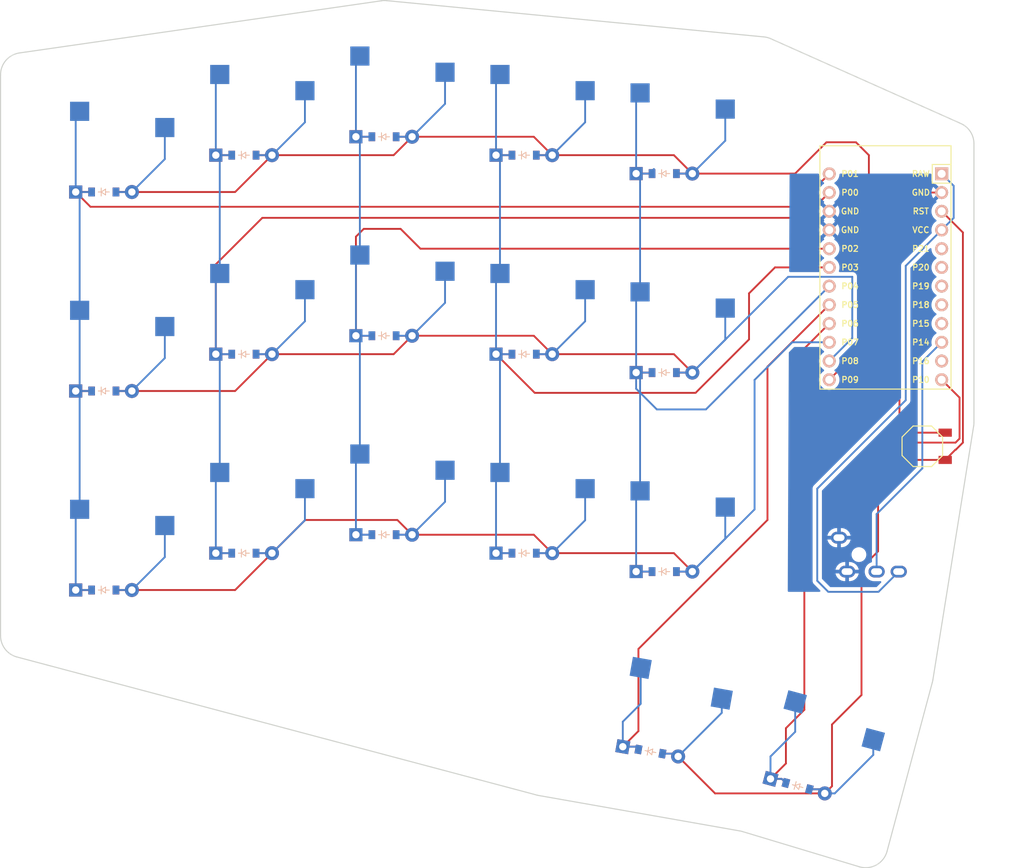
<source format=kicad_pcb>
(kicad_pcb (version 20241229) (generator "pcbnew") (generator_version "9.0")
  (title_block (title "left_pcb") (rev "v1.0.0") (company "Unknown"))
  (layers (0 "F.Cu" signal) (2 "B.Cu" signal) (13 "F.Paste" user) (15 "B.Paste" user) (5 "F.SilkS" user "F.Silkscreen") (7 "B.SilkS" user "B.Silkscreen") (1 "F.Mask" user) (3 "B.Mask" user) (25 "Edge.Cuts" user))
  (net 0 "")
  (net 1 "L_C0")
  (net 2 "L_R0")
  (net 3 "L_R1")
  (net 4 "L_R2")
  (net 5 "L_C1")
  (net 6 "L_C2")
  (net 7 "L_C3")
  (net 8 "L_C4")
  (net 9 "L_T0")
  (net 10 "L_R3")
  (net 11 "L_T1")
  (net 12 "VCC")
  (net 13 "GND")
  (net 14 "RST")
  (net 15 "P21")
  (net 16 "P20")
  (net 17 "P19")
  (net 18 "P18")
  (net 19 "P15")
  (net 20 "SERIAL")
  (net 21 "P16")
  (footprint "E73:SW_TACT_ALPS_SKQGABE010" (layer "F.Cu") (at 211 85.5)
    (property "Reference" "B1" (hide yes))
    (property "Value" "" (hide yes))
  )
  (footprint "ComboDiode" (layer "F.Cu") (at 174.131759 126.924039 -10)
    (property "Reference" "D16" (hide yes))
    (property "Value" "" (hide yes))
  )
  (footprint "ComboDiode" (layer "F.Cu") (at 157 73)
    (property "Reference" "D11" (hide yes))
    (property "Value" "" (hide yes))
  )
  (footprint "ProMicro" (layer "F.Cu") (at 206 62.5 -90)
    (property "Reference" "MCU1" (hide yes))
    (property "Value" "" (hide yes))
  )
  (footprint "PG1350" (layer "F.Cu") (at 138 65.5)
    (property "Reference" "S8" (hide yes))
    (property "Value" "" (hide yes))
  )
  (footprint "ComboDiode" (layer "F.Cu") (at 176 75.5)
    (property "Reference" "D14" (hide yes))
    (property "Value" "" (hide yes))
  )
  (footprint "ComboDiode" (layer "F.Cu") (at 138 70.5)
    (property "Reference" "D8" (hide yes))
    (property "Value" "" (hide yes))
  )
  (footprint "ComboDiode" (layer "F.Cu") (at 138 43.5)
    (property "Reference" "D9" (hide yes))
    (property "Value" "" (hide yes))
  )
  (footprint "PG1350" (layer "F.Cu") (at 175 122 -10)
    (property "Reference" "S16" (hide yes))
    (property "Value" "" (hide yes))
  )
  (footprint "ComboDiode" (layer "F.Cu") (at 100 51)
    (property "Reference" "D3" (hide yes))
    (property "Value" "" (hide yes))
  )
  (footprint "PG1350" (layer "F.Cu") (at 157 95)
    (property "Reference" "S10" (hide yes))
    (property "Value" "" (hide yes))
  )
  (footprint "ComboDiode" (layer "F.Cu") (at 119 100)
    (property "Reference" "D4" (hide yes))
    (property "Value" "" (hide yes))
  )
  (footprint "ComboDiode" (layer "F.Cu") (at 100 78)
    (property "Reference" "D2" (hide yes))
    (property "Value" "" (hide yes))
  )
  (footprint "PG1350" (layer "F.Cu") (at 176 97.5)
    (property "Reference" "S13" (hide yes))
    (property "Value" "" (hide yes))
  )
  (footprint "PG1350" (layer "F.Cu") (at 100 100)
    (property "Reference" "S1" (hide yes))
    (property "Value" "" (hide yes))
  )
  (footprint "ComboDiode" (layer "F.Cu") (at 194.090285 131.612508 -15)
    (property "Reference" "D17" (hide yes))
    (property "Value" "" (hide yes))
  )
  (footprint "PG1350" (layer "F.Cu") (at 176 43.5)
    (property "Reference" "S15" (hide yes))
    (property "Value" "" (hide yes))
  )
  (footprint "PG1350" (layer "F.Cu") (at 100 46)
    (property "Reference" "S3" (hide yes))
    (property "Value" "" (hide yes))
  )
  (footprint "ComboDiode" (layer "F.Cu") (at 119 46)
    (property "Reference" "D6" (hide yes))
    (property "Value" "" (hide yes))
  )
  (footprint "PG1350" (layer "F.Cu") (at 119 95)
    (property "Reference" "S4" (hide yes))
    (property "Value" "" (hide yes))
  )
  (footprint "ComboDiode" (layer "F.Cu") (at 176 48.5)
    (property "Reference" "D15" (hide yes))
    (property "Value" "" (hide yes))
  )
  (footprint "ComboDiode" (layer "F.Cu") (at 100 105)
    (property "Reference" "D1" (hide yes))
    (property "Value" "" (hide yes))
  )
  (footprint "PG1350" (layer "F.Cu") (at 138 92.5)
    (property "Reference" "S7" (hide yes))
    (property "Value" "" (hide yes))
  )
  (footprint "PG1350" (layer "F.Cu") (at 119 41)
    (property "Reference" "S6" (hide yes))
    (property "Value" "" (hide yes))
  )
  (footprint "ComboDiode" (layer "F.Cu") (at 138 97.5)
    (property "Reference" "D7" (hide yes))
    (property "Value" "" (hide yes))
  )
  (footprint "PG1350" (layer "F.Cu") (at 119 68)
    (property "Reference" "S5" (hide yes))
    (property "Value" "" (hide yes))
  )
  (footprint "TRRS-PJ-320A-dual" (layer "F.Cu") (at 211 102.5 -90)
    (property "Reference" "TRRS1")
    (property "Value" "TRRS-PJ-320A-dual")
  )
  (footprint "PG1350" (layer "F.Cu") (at 195.38438 126.782879 -15)
    (property "Reference" "S17" (hide yes))
    (property "Value" "" (hide yes))
  )
  (footprint "PG1350" (layer "F.Cu") (at 138 38.5)
    (property "Reference" "S9" (hide yes))
    (property "Value" "" (hide yes))
  )
  (footprint "ComboDiode" (layer "F.Cu") (at 119 73)
    (property "Reference" "D5" (hide yes))
    (property "Value" "" (hide yes))
  )
  (footprint "ComboDiode" (layer "F.Cu") (at 157 46)
    (property "Reference" "D12" (hide yes))
    (property "Value" "" (hide yes))
  )
  (footprint "PG1350" (layer "F.Cu") (at 176 70.5)
    (property "Reference" "S14" (hide yes))
    (property "Value" "" (hide yes))
  )
  (footprint "PG1350" (layer "F.Cu") (at 157 68)
    (property "Reference" "S11" (hide yes))
    (property "Value" "" (hide yes))
  )
  (footprint "PG1350" (layer "F.Cu") (at 100 73)
    (property "Reference" "S2" (hide yes))
    (property "Value" "" (hide yes))
  )
  (footprint "PG1350" (layer "F.Cu") (at 157 41)
    (property "Reference" "S12" (hide yes))
    (property "Value" "" (hide yes))
  )
  (footprint "ComboDiode" (layer "F.Cu") (at 176 102.5)
    (property "Reference" "D13" (hide yes))
    (property "Value" "" (hide yes))
  )
  (footprint "ComboDiode" (layer "F.Cu") (at 157 100)
    (property "Reference" "D10" (hide yes))
    (property "Value" "" (hide yes))
  )
  (gr_line (start 212.361537 117.515113) (end 206.214252 140.457094) (stroke (width 0.15)) (layer "Edge.Cuts"))
  (gr_line (start 190.447738 30.199883) (end 216.222952 41.706675) (stroke (width 0.15)) (layer "Edge.Cuts"))
  (gr_arc (start 88.229529 114.092468) (mid 86.621827 113.021834) (end 86 111.193093) (stroke (width 0.15)) (layer "Edge.Cuts"))
  (gr_arc (start 218 82.260673) (mid 217.990499 82.499242) (end 217.962057 82.7363) (stroke (width 0.15)) (layer "Edge.Cuts"))
  (gr_arc (start 158.994377 132.886036) (mid 158.869028 132.86117) (end 158.744851 132.830988) (stroke (width 0.15)) (layer "Edge.Cuts"))
  (gr_line (start 138.358717 25.034492) (end 189.511923 29.953069) (stroke (width 0.15)) (layer "Edge.Cuts"))
  (gr_line (start 186.268041 137.695119) (end 158.994377 132.886036) (stroke (width 0.15)) (layer "Edge.Cuts"))
  (gr_line (start 217.962057 82.7363) (end 212.425816 117.214282) (stroke (width 0.15)) (layer "Edge.Cuts"))
  (gr_arc (start 206.214251 140.457094) (mid 204.775929 142.301703) (end 202.450362 142.552892) (stroke (width 0.15)) (layer "Edge.Cuts"))
  (gr_line (start 218 44.446089) (end 218 82.260673) (stroke (width 0.15)) (layer "Edge.Cuts"))
  (gr_arc (start 216.222952 41.706675) (mid 217.516829 42.813431) (end 218 44.446089) (stroke (width 0.15)) (layer "Edge.Cuts"))
  (gr_line (start 158.744851 132.830988) (end 88.229529 114.092468) (stroke (width 0.15)) (layer "Edge.Cuts"))
  (gr_arc (start 212.425816 117.214283) (mid 212.397535 117.365522) (end 212.361537 117.515113) (stroke (width 0.15)) (layer "Edge.Cuts"))
  (gr_line (start 202.450362 142.552892) (end 186.613208 137.777287) (stroke (width 0.15)) (layer "Edge.Cuts"))
  (gr_arc (start 86 35.098351) (mid 86.732316 33.134271) (end 88.571739 32.129076) (stroke (width 0.15)) (layer "Edge.Cuts"))
  (gr_arc (start 186.26804 137.695119) (mid 186.44184 137.731096) (end 186.613208 137.777287) (stroke (width 0.15)) (layer "Edge.Cuts"))
  (gr_arc (start 137.643319 25.051444) (mid 138.000511 25.021561) (end 138.358717 25.034492) (stroke (width 0.15)) (layer "Edge.Cuts"))
  (gr_line (start 86 111.193093) (end 86 35.098351) (stroke (width 0.15)) (layer "Edge.Cuts"))
  (gr_arc (start 189.511923 29.953069) (mid 189.989849 30.03849) (end 190.447738 30.199883) (stroke (width 0.15)) (layer "Edge.Cuts"))
  (gr_line (start 88.571739 32.129076) (end 137.643319 25.051444) (stroke (width 0.15)) (layer "Edge.Cuts"))
  (segment (start 96.19 78) (end 98.35 78) (width 0.25) (layer "F.Cu") (net 1))
  (segment (start 193.91 53) (end 98.19 53) (width 0.25) (layer "F.Cu") (net 1))
  (segment (start 198.38 48.53) (end 193.91 53) (width 0.25) (layer "F.Cu") (net 1))
  (segment (start 98.19 53) (end 96.19 51) (width 0.25) (layer "F.Cu") (net 1))
  (segment (start 96.19 105) (end 98.35 105) (width 0.25) (layer "F.Cu") (net 1))
  (segment (start 96.19 51) (end 98.35 51) (width 0.25) (layer "F.Cu") (net 1))
  (segment (start 96.19 51) (end 96.19 40.585) (width 0.25) (layer "B.Cu") (net 1))
  (segment (start 96.725 77.275) (end 96.725 67.05) (width 0.25) (layer "B.Cu") (net 1))
  (segment (start 96.19 40.585) (end 96.725 40.05) (width 0.25) (layer "B.Cu") (net 1))
  (segment (start 96.19 78) (end 98.35 78) (width 0.25) (layer "B.Cu") (net 1))
  (segment (start 96.725 67.05) (end 96.725 51.535) (width 0.25) (layer "B.Cu") (net 1))
  (segment (start 96.19 78) (end 96.19 77.81) (width 0.25) (layer "B.Cu") (net 1))
  (segment (start 96.19 105) (end 98.35 105) (width 0.25) (layer "B.Cu") (net 1))
  (segment (start 96.19 105) (end 96.19 94.585) (width 0.25) (layer "B.Cu") (net 1))
  (segment (start 96.19 51) (end 98.35 51) (width 0.25) (layer "B.Cu") (net 1))
  (segment (start 96.19 77.81) (end 96.725 77.275) (width 0.25) (layer "B.Cu") (net 1))
  (segment (start 96.725 51.535) (end 96.19 51) (width 0.25) (layer "B.Cu") (net 1))
  (segment (start 96.19 94.585) (end 96.725 94.05) (width 0.25) (layer "B.Cu") (net 1))
  (segment (start 96.725 94.05) (end 96.725 78.535) (width 0.25) (layer "B.Cu") (net 1))
  (segment (start 96.725 78.535) (end 96.19 78) (width 0.25) (layer "B.Cu") (net 1))
  (segment (start 103.81 105) (end 117.81 105) (width 0.25) (layer "F.Cu") (net 2))
  (segment (start 139.65 97.5) (end 141.81 97.5) (width 0.25) (layer "F.Cu") (net 2))
  (segment (start 101.65 105) (end 103.81 105) (width 0.25) (layer "F.Cu") (net 2))
  (segment (start 160.81 100) (end 177.31 100) (width 0.25) (layer "F.Cu") (net 2))
  (segment (start 141.81 97.5) (end 158.31 97.5) (width 0.25) (layer "F.Cu") (net 2))
  (segment (start 117.81 105) (end 122.81 100) (width 0.25) (layer "F.Cu") (net 2))
  (segment (start 127.31 95.5) (end 139.81 95.5) (width 0.25) (layer "F.Cu") (net 2))
  (segment (start 139.81 95.5) (end 141.81 97.5) (width 0.25) (layer "F.Cu") (net 2))
  (segment (start 158.31 97.5) (end 160.81 100) (width 0.25) (layer "F.Cu") (net 2))
  (segment (start 120.65 100) (end 122.81 100) (width 0.25) (layer "F.Cu") (net 2))
  (segment (start 177.31 100) (end 179.81 102.5) (width 0.25) (layer "F.Cu") (net 2))
  (segment (start 177.65 102.5) (end 179.81 102.5) (width 0.25) (layer "F.Cu") (net 2))
  (segment (start 158.65 100) (end 160.81 100) (width 0.25) (layer "F.Cu") (net 2))
  (segment (start 122.81 100) (end 127.31 95.5) (width 0.25) (layer "F.Cu") (net 2))
  (segment (start 188.25 76.5) (end 193.36 71.39) (width 0.25) (layer "B.Cu") (net 2))
  (segment (start 103.81 105) (end 108.275 100.535) (width 0.25) (layer "B.Cu") (net 2))
  (segment (start 139.65 97.5) (end 141.81 97.5) (width 0.25) (layer "B.Cu") (net 2))
  (segment (start 188.25 94.06) (end 188.25 76.5) (width 0.25) (layer "B.Cu") (net 2))
  (segment (start 120.65 100) (end 122.81 100) (width 0.25) (layer "B.Cu") (net 2))
  (segment (start 193.36 71.39) (end 198.38 71.39) (width 0.25) (layer "B.Cu") (net 2))
  (segment (start 101.65 105) (end 103.81 105) (width 0.25) (layer "B.Cu") (net 2))
  (segment (start 146.275 93.035) (end 146.275 88.75) (width 0.25) (layer "B.Cu") (net 2))
  (segment (start 127.275 95.535) (end 127.275 91.25) (width 0.25) (layer "B.Cu") (net 2))
  (segment (start 122.81 100) (end 127.275 95.535) (width 0.25) (layer "B.Cu") (net 2))
  (segment (start 158.65 100) (end 160.81 100) (width 0.25) (layer "B.Cu") (net 2))
  (segment (start 141.81 97.5) (end 146.275 93.035) (width 0.25) (layer "B.Cu") (net 2))
  (segment (start 177.65 102.5) (end 179.81 102.5) (width 0.25) (layer "B.Cu") (net 2))
  (segment (start 179.81 102.5) (end 184.275 98.035) (width 0.25) (layer "B.Cu") (net 2))
  (segment (start 184.275 98.035) (end 184.275 93.75) (width 0.25) (layer "B.Cu") (net 2))
  (segment (start 165.275 95.535) (end 165.275 91.25) (width 0.25) (layer "B.Cu") (net 2))
  (segment (start 160.81 100) (end 165.275 95.535) (width 0.25) (layer "B.Cu") (net 2))
  (segment (start 179.81 102.5) (end 188.25 94.06) (width 0.25) (layer "B.Cu") (net 2))
  (segment (start 108.275 100.535) (end 108.275 96.25) (width 0.25) (layer "B.Cu") (net 2))
  (segment (start 139.31 73) (end 141.81 70.5) (width 0.25) (layer "F.Cu") (net 3))
  (segment (start 158.65 73) (end 160.81 73) (width 0.25) (layer "F.Cu") (net 3))
  (segment (start 158.31 70.5) (end 160.81 73) (width 0.25) (layer "F.Cu") (net 3))
  (segment (start 139.65 70.5) (end 141.81 70.5) (width 0.25) (layer "F.Cu") (net 3))
  (segment (start 103.81 78) (end 117.81 78) (width 0.25) (layer "F.Cu") (net 3))
  (segment (start 177.31 73) (end 179.81 75.5) (width 0.25) (layer "F.Cu") (net 3))
  (segment (start 177.65 75.5) (end 179.81 75.5) (width 0.25) (layer "F.Cu") (net 3))
  (segment (start 101.65 78) (end 103.81 78) (width 0.25) (layer "F.Cu") (net 3))
  (segment (start 117.81 78) (end 122.81 73) (width 0.25) (layer "F.Cu") (net 3))
  (segment (start 160.81 73) (end 177.31 73) (width 0.25) (layer "F.Cu") (net 3))
  (segment (start 141.81 70.5) (end 158.31 70.5) (width 0.25) (layer "F.Cu") (net 3))
  (segment (start 122.81 73) (end 139.31 73) (width 0.25) (layer "F.Cu") (net 3))
  (segment (start 120.65 73) (end 122.81 73) (width 0.25) (layer "F.Cu") (net 3))
  (segment (start 192.81 62.5) (end 201.5 62.5) (width 0.25) (layer "B.Cu") (net 3))
  (segment (start 165.275 68.535) (end 165.275 64.25) (width 0.25) (layer "B.Cu") (net 3))
  (segment (start 201.5 70.81) (end 198.38 73.93) (width 0.25) (layer "B.Cu") (net 3))
  (segment (start 158.65 73) (end 160.81 73) (width 0.25) (layer "B.Cu") (net 3))
  (segment (start 101.65 78) (end 103.81 78) (width 0.25) (layer "B.Cu") (net 3))
  (segment (start 201.5 62.5) (end 201.5 70.81) (width 0.25) (layer "B.Cu") (net 3))
  (segment (start 139.65 70.5) (end 141.81 70.5) (width 0.25) (layer "B.Cu") (net 3))
  (segment (start 179.81 75.5) (end 192.81 62.5) (width 0.25) (layer "B.Cu") (net 3))
  (segment (start 122.81 73) (end 127.275 68.535) (width 0.25) (layer "B.Cu") (net 3))
  (segment (start 179.81 75.5) (end 184.275 71.035) (width 0.25) (layer "B.Cu") (net 3))
  (segment (start 108.275 73.535) (end 108.275 69.25) (width 0.25) (layer "B.Cu") (net 3))
  (segment (start 127.275 68.535) (end 127.275 64.25) (width 0.25) (layer "B.Cu") (net 3))
  (segment (start 103.81 78) (end 108.275 73.535) (width 0.25) (layer "B.Cu") (net 3))
  (segment (start 146.275 66.035) (end 146.275 61.75) (width 0.25) (layer "B.Cu") (net 3))
  (segment (start 184.275 71.035) (end 184.275 66.75) (width 0.25) (layer "B.Cu") (net 3))
  (segment (start 160.81 73) (end 165.275 68.535) (width 0.25) (layer "B.Cu") (net 3))
  (segment (start 141.81 70.5) (end 146.275 66.035) (width 0.25) (layer "B.Cu") (net 3))
  (segment (start 177.65 75.5) (end 179.81 75.5) (width 0.25) (layer "B.Cu") (net 3))
  (segment (start 120.65 73) (end 122.81 73) (width 0.25) (layer "B.Cu") (net 3))
  (segment (start 117.81 51) (end 122.81 46) (width 0.25) (layer "F.Cu") (net 4))
  (segment (start 177.65 48.5) (end 179.81 48.5) (width 0.25) (layer "F.Cu") (net 4))
  (segment (start 193.75 48.5) (end 198 44.25) (width 0.25) (layer "F.Cu") (net 4))
  (segment (start 120.65 46) (end 122.81 46) (width 0.25) (layer "F.Cu") (net 4))
  (segment (start 177.31 46) (end 179.81 48.5) (width 0.25) (layer "F.Cu") (net 4))
  (segment (start 203.75 46) (end 203.75 71.1) (width 0.25) (layer "F.Cu") (net 4))
  (segment (start 139.31 46) (end 141.81 43.5) (width 0.25) (layer "F.Cu") (net 4))
  (segment (start 158.31 43.5) (end 160.81 46) (width 0.25) (layer "F.Cu") (net 4))
  (segment (start 139.65 43.5) (end 141.81 43.5) (width 0.25) (layer "F.Cu") (net 4))
  (segment (start 122.81 46) (end 139.31 46) (width 0.25) (layer "F.Cu") (net 4))
  (segment (start 160.81 46) (end 177.31 46) (width 0.25) (layer "F.Cu") (net 4))
  (segment (start 101.65 51) (end 103.81 51) (width 0.25) (layer "F.Cu") (net 4))
  (segment (start 198 44.25) (end 202 44.25) (width 0.25) (layer "F.Cu") (net 4))
  (segment (start 141.81 43.5) (end 158.31 43.5) (width 0.25) (layer "F.Cu") (net 4))
  (segment (start 179.81 48.5) (end 193.75 48.5) (width 0.25) (layer "F.Cu") (net 4))
  (segment (start 203.75 71.1) (end 198.38 76.47) (width 0.25) (layer "F.Cu") (net 4))
  (segment (start 158.65 46) (end 160.81 46) (width 0.25) (layer "F.Cu") (net 4))
  (segment (start 103.81 51) (end 117.81 51) (width 0.25) (layer "F.Cu") (net 4))
  (segment (start 202 44.25) (end 203.75 46) (width 0.25) (layer "F.Cu") (net 4))
  (segment (start 108.275 46.535) (end 108.275 42.25) (width 0.25) (layer "B.Cu") (net 4))
  (segment (start 177.65 48.5) (end 179.81 48.5) (width 0.25) (layer "B.Cu") (net 4))
  (segment (start 120.65 46) (end 122.81 46) (width 0.25) (layer "B.Cu") (net 4))
  (segment (start 179.81 48.5) (end 184.275 44.035) (width 0.25) (layer "B.Cu") (net 4))
  (segment (start 101.65 51) (end 103.81 51) (width 0.25) (layer "B.Cu") (net 4))
  (segment (start 160.81 46) (end 165.275 41.535) (width 0.25) (layer "B.Cu") (net 4))
  (segment (start 139.65 43.5) (end 141.81 43.5) (width 0.25) (layer "B.Cu") (net 4))
  (segment (start 184.275 44.035) (end 184.275 39.75) (width 0.25) (layer "B.Cu") (net 4))
  (segment (start 165.275 41.535) (end 165.275 37.25) (width 0.25) (layer "B.Cu") (net 4))
  (segment (start 141.81 43.5) (end 146.275 39.035) (width 0.25) (layer "B.Cu") (net 4))
  (segment (start 146.275 39.035) (end 146.275 34.75) (width 0.25) (layer "B.Cu") (net 4))
  (segment (start 158.65 46) (end 160.81 46) (width 0.25) (layer "B.Cu") (net 4))
  (segment (start 122.81 46) (end 127.275 41.535) (width 0.25) (layer "B.Cu") (net 4))
  (segment (start 103.81 51) (end 108.275 46.535) (width 0.25) (layer "B.Cu") (net 4))
  (segment (start 127.275 41.535) (end 127.275 37.25) (width 0.25) (layer "B.Cu") (net 4))
  (segment (start 115.19 100) (end 117.35 100) (width 0.25) (layer "F.Cu") (net 5))
  (segment (start 121.5 54.5) (end 194.95 54.5) (width 0.25) (layer "F.Cu") (net 5))
  (segment (start 115.19 60.81) (end 121.5 54.5) (width 0.25) (layer "F.Cu") (net 5))
  (segment (start 194.95 54.5) (end 198.38 51.07) (width 0.25) (layer "F.Cu") (net 5))
  (segment (start 115.19 73) (end 117.35 73) (width 0.25) (layer "F.Cu") (net 5))
  (segment (start 115.19 46) (end 117.35 46) (width 0.25) (layer "F.Cu") (net 5))
  (segment (start 115.19 73) (end 115.19 60.81) (width 0.25) (layer "F.Cu") (net 5))
  (segment (start 115.19 89.585) (end 115.725 89.05) (width 0.25) (layer "B.Cu") (net 5))
  (segment (start 115.725 46.535) (end 115.19 46) (width 0.25) (layer "B.Cu") (net 5))
  (segment (start 115.19 35.585) (end 115.725 35.05) (width 0.25) (layer "B.Cu") (net 5))
  (segment (start 115.19 46) (end 117.35 46) (width 0.25) (layer "B.Cu") (net 5))
  (segment (start 115.725 73.535) (end 115.19 73) (width 0.25) (layer "B.Cu") (net 5))
  (segment (start 115.19 100) (end 117.35 100) (width 0.25) (layer "B.Cu") (net 5))
  (segment (start 115.19 73) (end 115.19 62.585) (width 0.25) (layer "B.Cu") (net 5))
  (segment (start 115.19 73) (end 117.35 73) (width 0.25) (layer "B.Cu") (net 5))
  (segment (start 115.725 89.05) (end 115.725 73.535) (width 0.25) (layer "B.Cu") (net 5))
  (segment (start 115.19 100) (end 115.19 89.585) (width 0.25) (layer "B.Cu") (net 5))
  (segment (start 115.725 62.05) (end 115.725 46.535) (width 0.25) (layer "B.Cu") (net 5))
  (segment (start 115.19 46) (end 115.19 35.585) (width 0.25) (layer "B.Cu") (net 5))
  (segment (start 115.19 62.585) (end 115.725 62.05) (width 0.25) (layer "B.Cu") (net 5))
  (segment (start 134.19 57.06) (end 135.25 56) (width 0.25) (layer "F.Cu") (net 6))
  (segment (start 134.19 97.5) (end 136.35 97.5) (width 0.25) (layer "F.Cu") (net 6))
  (segment (start 134.19 70.5) (end 134.19 57.06) (width 0.25) (layer "F.Cu") (net 6))
  (segment (start 134.19 43.5) (end 136.35 43.5) (width 0.25) (layer "F.Cu") (net 6))
  (segment (start 142.94 58.69) (end 198.38 58.69) (width 0.25) (layer "F.Cu") (net 6))
  (segment (start 135.25 56) (end 140.25 56) (width 0.25) (layer "F.Cu") (net 6))
  (segment (start 140.25 56) (end 142.94 58.69) (width 0.25) (layer "F.Cu") (net 6))
  (segment (start 134.19 70.5) (end 136.35 70.5) (width 0.25) (layer "F.Cu") (net 6))
  (segment (start 134.725 71.035) (end 134.19 70.5) (width 0.25) (layer "B.Cu") (net 6))
  (segment (start 134.19 97.5) (end 134.19 87.085) (width 0.25) (layer "B.Cu") (net 6))
  (segment (start 134.19 60.085) (end 134.725 59.55) (width 0.25) (layer "B.Cu") (net 6))
  (segment (start 134.19 43.5) (end 134.19 33.085) (width 0.25) (layer "B.Cu") (net 6))
  (segment (start 134.19 87.085) (end 134.725 86.55) (width 0.25) (layer "B.Cu") (net 6))
  (segment (start 134.725 44.035) (end 134.19 43.5) (width 0.25) (layer "B.Cu") (net 6))
  (segment (start 134.725 86.55) (end 134.725 71.035) (width 0.25) (layer "B.Cu") (net 6))
  (segment (start 134.725 59.55) (end 134.725 44.035) (width 0.25) (layer "B.Cu") (net 6))
  (segment (start 134.19 43.5) (end 136.35 43.5) (width 0.25) (layer "B.Cu") (net 6))
  (segment (start 134.19 97.5) (end 136.35 97.5) (width 0.25) (layer "B.Cu") (net 6))
  (segment (start 134.19 70.5) (end 136.35 70.5) (width 0.25) (layer "B.Cu") (net 6))
  (segment (start 134.19 33.085) (end 134.725 32.55) (width 0.25) (layer "B.Cu") (net 6))
  (segment (start 134.19 70.5) (end 134.19 60.085) (width 0.25) (layer "B.Cu") (net 6))
  (segment (start 187.5 64.75) (end 191.02 61.23) (width 0.25) (layer "F.Cu") (net 7))
  (segment (start 153.19 46) (end 155.35 46) (width 0.25) (layer "F.Cu") (net 7))
  (segment (start 187.5 71) (end 187.5 64.75) (width 0.25) (layer "F.Cu") (net 7))
  (segment (start 158.44 78.25) (end 180.25 78.25) (width 0.25) (layer "F.Cu") (net 7))
  (segment (start 191.02 61.23) (end 198.38 61.23) (width 0.25) (layer "F.Cu") (net 7))
  (segment (start 153.19 73) (end 155.35 73) (width 0.25) (layer "F.Cu") (net 7))
  (segment (start 153.19 100) (end 155.35 100) (width 0.25) (layer "F.Cu") (net 7))
  (segment (start 180.25 78.25) (end 187.5 71) (width 0.25) (layer "F.Cu") (net 7))
  (segment (start 153.19 73) (end 158.44 78.25) (width 0.25) (layer "F.Cu") (net 7))
  (segment (start 153.19 46) (end 155.35 46) (width 0.25) (layer "B.Cu") (net 7))
  (segment (start 153.19 73) (end 155.35 73) (width 0.25) (layer "B.Cu") (net 7))
  (segment (start 153.725 62.05) (end 153.725 46.535) (width 0.25) (layer "B.Cu") (net 7))
  (segment (start 153.19 89.585) (end 153.725 89.05) (width 0.25) (layer "B.Cu") (net 7))
  (segment (start 153.19 46) (end 153.19 35.585) (width 0.25) (layer "B.Cu") (net 7))
  (segment (start 153.19 62.585) (end 153.725 62.05) (width 0.25) (layer "B.Cu") (net 7))
  (segment (start 153.19 100) (end 153.19 89.585) (width 0.25) (layer "B.Cu") (net 7))
  (segment (start 153.725 89.05) (end 153.725 73.535) (width 0.25) (layer "B.Cu") (net 7))
  (segment (start 153.19 73) (end 153.19 62.585) (width 0.25) (layer "B.Cu") (net 7))
  (segment (start 153.725 46.535) (end 153.19 46) (width 0.25) (layer "B.Cu") (net 7))
  (segment (start 153.725 73.535) (end 153.19 73) (width 0.25) (layer "B.Cu") (net 7))
  (segment (start 153.19 100) (end 155.35 100) (width 0.25) (layer "B.Cu") (net 7))
  (segment (start 153.19 35.585) (end 153.725 35.05) (width 0.25) (layer "B.Cu") (net 7))
  (segment (start 172.19 75.5) (end 174.35 75.5) (width 0.25) (layer "F.Cu") (net 8))
  (segment (start 172.19 48.5) (end 174.35 48.5) (width 0.25) (layer "F.Cu") (net 8))
  (segment (start 172.19 102.5) (end 174.35 102.5) (width 0.25) (layer "F.Cu") (net 8))
  (segment (start 172.19 75.5) (end 174.35 75.5) (width 0.25) (layer "B.Cu") (net 8))
  (segment (start 172.19 102.5) (end 174.35 102.5) (width 0.25) (layer "B.Cu") (net 8))
  (segment (start 172.19 48.5) (end 172.19 38.085) (width 0.25) (layer "B.Cu") (net 8))
  (segment (start 181.65 80.5) (end 175 80.5) (width 0.25) (layer "B.Cu") (net 8))
  (segment (start 172.725 91.55) (end 172.725 76.035) (width 0.25) (layer "B.Cu") (net 8))
  (segment (start 172.725 49.035) (end 172.19 48.5) (width 0.25) (layer "B.Cu") (net 8))
  (segment (start 172.725 64.55) (end 172.725 49.035) (width 0.25) (layer "B.Cu") (net 8))
  (segment (start 172.19 92.085) (end 172.725 91.55) (width 0.25) (layer "B.Cu") (net 8))
  (segment (start 172.19 75.5) (end 172.19 65.085) (width 0.25) (layer "B.Cu") (net 8))
  (segment (start 198.38 63.77) (end 181.65 80.5) (width 0.25) (layer "B.Cu") (net 8))
  (segment (start 172.19 48.5) (end 173.975 48.5) (width 0.25) (layer "B.Cu") (net 8))
  (segment (start 172.19 77.69) (end 172.19 75.5) (width 0.25) (layer "B.Cu") (net 8))
  (segment (start 172.19 65.085) (end 172.725 64.55) (width 0.25) (layer "B.Cu") (net 8))
  (segment (start 172.725 76.035) (end 172.19 75.5) (width 0.25) (layer "B.Cu") (net 8))
  (segment (start 172.19 102.5) (end 172.19 92.085) (width 0.25) (layer "B.Cu") (net 8))
  (segment (start 175 80.5) (end 172.19 77.69) (width 0.25) (layer "B.Cu") (net 8))
  (segment (start 173.975 48.5) (end 174.6 47.875) (width 0.25) (layer "B.Cu") (net 8))
  (segment (start 172.19 38.085) (end 172.725 37.55) (width 0.25) (layer "B.Cu") (net 8))
  (segment (start 190 74.69) (end 190 95.5) (width 0.25) (layer "F.Cu") (net 9))
  (segment (start 198.38 66.31) (end 190 74.69) (width 0.25) (layer "F.Cu") (net 9))
  (segment (start 170.379641 126.262439) (end 172.131745 126.262439) (width 0.25) (layer "F.Cu") (net 9))
  (segment (start 172.5 113) (end 172.5 124.14208) (width 0.25) (layer "F.Cu") (net 9))
  (segment (start 190 95.5) (end 172.5 113) (width 0.25) (layer "F.Cu") (net 9))
  (segment (start 172.131745 126.262439) (end 172.506826 126.63752) (width 0.25) (layer "F.Cu") (net 9))
  (segment (start 172.5 124.14208) (end 170.379641 126.262439) (width 0.25) (layer "F.Cu") (net 9))
  (segment (start 170.379641 126.262439) (end 170.379641 122.870359) (width 0.25) (layer "B.Cu") (net 9))
  (segment (start 172.131745 126.262439) (end 172.506826 126.63752) (width 0.25) (layer "B.Cu") (net 9))
  (segment (start 170.379641 126.262439) (end 172.131745 126.262439) (width 0.25) (layer "B.Cu") (net 9))
  (segment (start 172.807961 120.442039) (end 172.807961 115.571696) (width 0.25) (layer "B.Cu") (net 9))
  (segment (start 170.379641 122.870359) (end 172.807961 120.442039) (width 0.25) (layer "B.Cu") (net 9))
  (segment (start 205 99.75) (end 205 87.5) (width 0.25) (layer "F.Cu") (net 10))
  (segment (start 215.5 85) (end 216.049 84.451) (width 0.25) (layer "F.Cu") (net 10))
  (segment (start 202.75 102) (end 205 99.75) (width 0.25) (layer "F.Cu") (net 10))
  (segment (start 198.75 131.619071) (end 198.75 123.25) (width 0.25) (layer "F.Cu") (net 10))
  (segment (start 216.049 78.899) (end 213.62 76.47) (width 0.25) (layer "F.Cu") (net 10))
  (segment (start 216.049 84.451) (end 216.049 78.899) (width 0.25) (layer "F.Cu") (net 10))
  (segment (start 182.896847 132.598609) (end 177.883877 127.585639) (width 0.25) (layer "F.Cu") (net 10))
  (segment (start 197.211412 132.039559) (end 197.770462 132.598609) (width 0.25) (layer "F.Cu") (net 10))
  (segment (start 195.684063 132.039559) (end 197.211412 132.039559) (width 0.25) (layer "F.Cu") (net 10))
  (segment (start 197.770462 132.598609) (end 182.896847 132.598609) (width 0.25) (layer "F.Cu") (net 10))
  (segment (start 207.5 85) (end 215.5 85) (width 0.25) (layer "F.Cu") (net 10))
  (segment (start 197.770462 132.598609) (end 198.75 131.619071) (width 0.25) (layer "F.Cu") (net 10))
  (segment (start 205 87.5) (end 207.5 85) (width 0.25) (layer "F.Cu") (net 10))
  (segment (start 175.756692 127.210558) (end 177.508796 127.210558) (width 0.25) (layer "F.Cu") (net 10))
  (segment (start 198.75 123.25) (end 202.75 119.25) (width 0.25) (layer "F.Cu") (net 10))
  (segment (start 177.508796 127.210558) (end 177.883877 127.585639) (width 0.25) (layer "F.Cu") (net 10))
  (segment (start 202.75 119.25) (end 202.75 102) (width 0.25) (layer "F.Cu") (net 10))
  (segment (start 195.684063 132.039559) (end 197.211412 132.039559) (width 0.25) (layer "B.Cu") (net 10))
  (segment (start 204.347988 127.368121) (end 204.347988 125.302385) (width 0.25) (layer "B.Cu") (net 10))
  (segment (start 197.770462 132.598609) (end 199.1175 132.598609) (width 0.25) (layer "B.Cu") (net 10))
  (segment (start 177.883877 127.585639) (end 183.800465 121.669051) (width 0.25) (layer "B.Cu") (net 10))
  (segment (start 183.800465 121.669051) (end 183.800465 119.74391) (width 0.25) (layer "B.Cu") (net 10))
  (segment (start 175.756692 127.210558) (end 177.508796 127.210558) (width 0.25) (layer "B.Cu") (net 10))
  (segment (start 197.211412 132.039559) (end 197.770462 132.598609) (width 0.25) (layer "B.Cu") (net 10))
  (segment (start 199.1175 132.598609) (end 204.347988 127.368121) (width 0.25) (layer "B.Cu") (net 10))
  (segment (start 177.508796 127.210558) (end 177.883877 127.585639) (width 0.25) (layer "B.Cu") (net 10))
  (segment (start 190.410108 130.626407) (end 192.5 128.536515) (width 0.25) (layer "F.Cu") (net 11))
  (segment (start 192.5 128.536515) (end 192.5 123.75) (width 0.25) (layer "F.Cu") (net 11))
  (segment (start 195 72.23) (end 198.38 68.85) (width 0.25) (layer "F.Cu") (net 11))
  (segment (start 195 121.25) (end 195 72.23) (width 0.25) (layer "F.Cu") (net 11))
  (segment (start 190.410108 130.626407) (end 191.937457 130.626407) (width 0.25) (layer "F.Cu") (net 11))
  (segment (start 192.5 123.75) (end 195 121.25) (width 0.25) (layer "F.Cu") (net 11))
  (segment (start 191.937457 130.626407) (end 192.496507 131.185457) (width 0.25) (layer "F.Cu") (net 11))
  (segment (start 193.760946 124.239054) (end 193.760946 120.187988) (width 0.25) (layer "B.Cu") (net 11))
  (segment (start 190.410108 127.589892) (end 193.760946 124.239054) (width 0.25) (layer "B.Cu") (net 11))
  (segment (start 190.410108 130.626407) (end 191.937457 130.626407) (width 0.25) (layer "B.Cu") (net 11))
  (segment (start 190.410108 130.626407) (end 190.410108 127.589892) (width 0.25) (layer "B.Cu") (net 11))
  (segment (start 191.937457 130.626407) (end 192.496507 131.185457) (width 0.25) (layer "B.Cu") (net 11))
  (segment (start 196.75 103.75) (end 196.75 91.25) (width 0.25) (layer "B.Cu") (net 12))
  (segment (start 213.62 56.15) (end 215.25 54.52) (width 0.25) (layer "B.Cu") (net 12))
  (segment (start 215.25 54.52) (end 215.25 50.16) (width 0.25) (layer "B.Cu") (net 12))
  (segment (start 208.75 61.02) (end 213.62 56.15) (width 0.25) (layer "B.Cu") (net 12))
  (segment (start 198.25 105.25) (end 196.75 103.75) (width 0.25) (layer "B.Cu") (net 12))
  (segment (start 215.25 50.16) (end 213.62 48.53) (width 0.25) (layer "B.Cu") (net 12))
  (segment (start 205.05 105.25) (end 198.25 105.25) (width 0.25) (layer "B.Cu") (net 12))
  (segment (start 208.75 79.25) (end 208.75 61.02) (width 0.25) (layer "B.Cu") (net 12))
  (segment (start 207.8 102.5) (end 205.05 105.25) (width 0.25) (layer "B.Cu") (net 12))
  (segment (start 196.75 91.25) (end 208.75 79.25) (width 0.25) (layer "B.Cu") (net 12))
  (segment (start 209.93 51.07) (end 213.62 51.07) (width 0.25) (layer "F.Cu") (net 13))
  (segment (start 207.9 53.1) (end 209.93 51.07) (width 0.25) (layer "F.Cu") (net 13))
  (segment (start 207.9 83.65) (end 207.9 53.1) (width 0.25) (layer "F.Cu") (net 13))
  (segment (start 199.7 97.9) (end 199.7 91.85) (width 0.25) (layer "F.Cu") (net 13))
  (segment (start 199.7 91.85) (end 207.9 83.65) (width 0.25) (layer "F.Cu") (net 13))
  (segment (start 207.9 83.65) (end 214.1 83.65) (width 0.25) (layer "F.Cu") (net 13))
  (segment (start 216.5 85) (end 216.5 56.49) (width 0.25) (layer "F.Cu") (net 14))
  (segment (start 216.5 56.49) (end 213.62 53.61) (width 0.25) (layer "F.Cu") (net 14))
  (segment (start 214.1 87.35) (end 215.5 85.95) (width 0.25) (layer "F.Cu") (net 14))
  (segment (start 215.55 85.95) (end 216.5 85) (width 0.25) (layer "F.Cu") (net 14))
  (segment (start 207.9 87.35) (end 214.1 87.35) (width 0.25) (layer "F.Cu") (net 14))
  (segment (start 215.5 85.95) (end 215.55 85.95) (width 0.25) (layer "F.Cu") (net 14))
  (segment (start 211 88.5) (end 211 74.01) (width 0.25) (layer "B.Cu") (net 20))
  (segment (start 204.8 102.5) (end 204.8 94.7) (width 0.25) (layer "B.Cu") (net 20))
  (segment (start 204.8 94.7) (end 211 88.5) (width 0.25) (layer "B.Cu") (net 20))
  (segment (start 211 74.01) (end 213.62 71.39) (width 0.25) (layer "B.Cu") (net 20))
  (zone (net 13) (net_name "GND") (layer "B.Cu") (connect_pads (clearance 0.508)) (min_thickness 0.25) (fill yes (thermal_gap 0.5) (thermal_bridge_width 0.5))
    (polygon (pts (xy 193 48.5) (xy 219.5 48.5) (xy 219.25 105.25) (xy 192.75 105.25)))
  )
)
</source>
